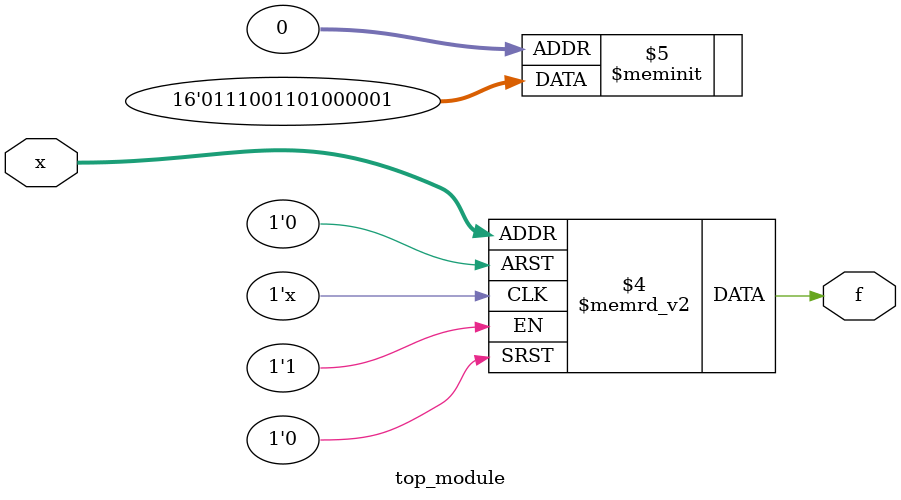
<source format=sv>
module top_module (
	input [4:1] x,
	output logic f
);

always_comb begin
    case (x)
        4'b00_00: f = 1'b1;
        4'b00_01: f = 1'b0;
        4'b00_10: f = 1'b0;
        4'b00_11: f = 1'b0;
        4'b01_00: f = 1'b0;
        4'b01_01: f = 1'b0;
        4'b01_10: f = 1'b1;
        4'b01_11: f = 1'b0;
        4'b10_00: f = 1'b1;
        4'b10_01: f = 1'b1;
        4'b10_10: f = 1'b0;
        4'b10_11: f = 1'b0;
        4'b11_00: f = 1'b1;
        4'b11_01: f = 1'b1;
        4'b11_10: f = 1'b1;
        4'b11_11: f = 1'b0;
        default: f = 1'bz; // Handle don't-cares
    endcase
end

endmodule

</source>
